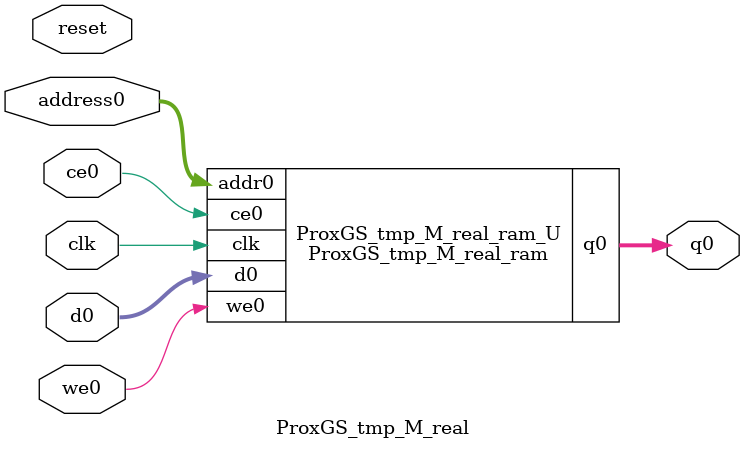
<source format=v>
`timescale 1 ns / 1 ps
module ProxGS_tmp_M_real_ram (addr0, ce0, d0, we0, q0,  clk);

parameter DWIDTH = 32;
parameter AWIDTH = 14;
parameter MEM_SIZE = 16384;

input[AWIDTH-1:0] addr0;
input ce0;
input[DWIDTH-1:0] d0;
input we0;
output reg[DWIDTH-1:0] q0;
input clk;

(* ram_style = "block" *)reg [DWIDTH-1:0] ram[0:MEM_SIZE-1];




always @(posedge clk)  
begin 
    if (ce0) begin
        if (we0) 
            ram[addr0] <= d0; 
        q0 <= ram[addr0];
    end
end


endmodule

`timescale 1 ns / 1 ps
module ProxGS_tmp_M_real(
    reset,
    clk,
    address0,
    ce0,
    we0,
    d0,
    q0);

parameter DataWidth = 32'd32;
parameter AddressRange = 32'd16384;
parameter AddressWidth = 32'd14;
input reset;
input clk;
input[AddressWidth - 1:0] address0;
input ce0;
input we0;
input[DataWidth - 1:0] d0;
output[DataWidth - 1:0] q0;



ProxGS_tmp_M_real_ram ProxGS_tmp_M_real_ram_U(
    .clk( clk ),
    .addr0( address0 ),
    .ce0( ce0 ),
    .we0( we0 ),
    .d0( d0 ),
    .q0( q0 ));

endmodule


</source>
